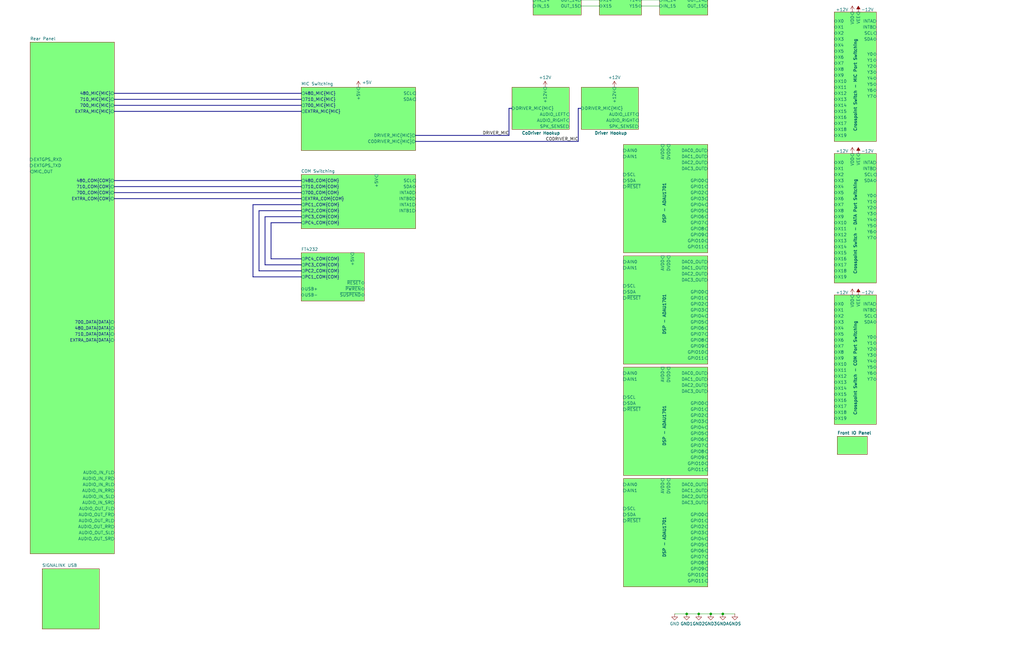
<source format=kicad_sch>
(kicad_sch (version 20250114) (generator "eeschema") (generator_version "9.0")
  (paper "B")
  (lib_symbols
    (symbol "power:+12V" (power) (pin_numbers (hide yes)) (pin_names (offset 0) (hide yes))
      (property "Value" "+12V" (at 0 3.556 0))
      (symbol "+12V_0_1"
        (polyline (pts (xy -0.762 1.27) (xy 0 2.54)))
        (polyline (pts (xy 0 2.54) (xy 0.762 1.27)))
        (polyline (pts (xy 0 0) (xy 0 2.54)))
      )
      (symbol "+12V_1_1"
        (pin power_in line (at 0 0 90) (length 0) (name "~") (number "1"))
      )
    )
    (symbol "power:+5V" (power) (pin_numbers (hide yes)) (pin_names (offset 0) (hide yes))
      (property "Value" "+5V" (at 0 3.556 0))
      (symbol "+5V_0_1"
        (polyline (pts (xy -0.762 1.27) (xy 0 2.54)))
        (polyline (pts (xy 0 2.54) (xy 0.762 1.27)))
        (polyline (pts (xy 0 0) (xy 0 2.54)))
      )
      (symbol "+5V_1_1"
        (pin power_in line (at 0 0 90) (length 0) (name "~") (number "1"))
      )
    )
    (symbol "power:-12V" (power) (pin_numbers (hide yes)) (pin_names (offset 0) (hide yes))
      (property "Value" "-12V" (at 0 3.556 0))
      (symbol "-12V_0_0"
        (pin power_in line (at 0 0 90) (length 0) (name "~") (number "1"))
      )
      (symbol "-12V_0_1"
        (polyline (pts (xy 0 0) (xy 0 1.27) (xy 0.762 1.27) (xy 0 2.54) (xy -0.762 1.27) (xy 0 1.27)) (fill (type outline)))
      )
    )
    (symbol "power:-5V" (power) (pin_numbers (hide yes)) (pin_names (offset 0) (hide yes))
      (property "Value" "-5V" (at 0 3.556 0))
      (symbol "-5V_0_0"
        (pin power_in line (at 0 0 90) (length 0) (name "~") (number "1"))
      )
      (symbol "-5V_0_1"
        (polyline (pts (xy 0 0) (xy 0 1.27) (xy 0.762 1.27) (xy 0 2.54) (xy -0.762 1.27) (xy 0 1.27)) (fill (type outline)))
      )
    )
    (symbol "power:GND" (power) (pin_numbers (hide yes)) (pin_names (offset 0) (hide yes))
      (property "Value" "GND" (at 0 -3.81 0))
      (symbol "GND_0_1"
        (polyline (pts (xy 0 0) (xy 0 -1.27) (xy 1.27 -1.27) (xy 0 -2.54) (xy -1.27 -1.27) (xy 0 -1.27)))
      )
      (symbol "GND_1_1"
        (pin power_in line (at 0 0 270) (length 0) (name "~") (number "1"))
      )
    )
    (symbol "power:GND1" (power) (pin_numbers (hide yes)) (pin_names (offset 0) (hide yes))
      (property "Value" "GND1" (at 0 -3.81 0))
      (symbol "GND1_0_1"
        (polyline (pts (xy 0 0) (xy 0 -1.27) (xy 1.27 -1.27) (xy 0 -2.54) (xy -1.27 -1.27) (xy 0 -1.27)))
      )
      (symbol "GND1_1_1"
        (pin power_in line (at 0 0 270) (length 0) (name "~") (number "1"))
      )
    )
    (symbol "power:GND2" (power) (pin_numbers (hide yes)) (pin_names (offset 0) (hide yes))
      (property "Value" "GND2" (at 0 -3.81 0))
      (symbol "GND2_0_1"
        (polyline (pts (xy 0 0) (xy 0 -1.27) (xy 1.27 -1.27) (xy 0 -2.54) (xy -1.27 -1.27) (xy 0 -1.27)))
      )
      (symbol "GND2_1_1"
        (pin power_in line (at 0 0 270) (length 0) (name "~") (number "1"))
      )
    )
    (symbol "power:GND3" (power) (pin_numbers (hide yes)) (pin_names (offset 0) (hide yes))
      (property "Value" "GND3" (at 0 -3.81 0))
      (symbol "GND3_0_1"
        (polyline (pts (xy 0 0) (xy 0 -1.27) (xy 1.27 -1.27) (xy 0 -2.54) (xy -1.27 -1.27) (xy 0 -1.27)))
      )
      (symbol "GND3_1_1"
        (pin power_in line (at 0 0 270) (length 0) (name "~") (number "1"))
      )
    )
    (symbol "power:GNDA" (power) (pin_numbers (hide yes)) (pin_names (offset 0) (hide yes))
      (property "Value" "GNDA" (at 0 -3.81 0))
      (symbol "GNDA_0_1"
        (polyline (pts (xy 0 0) (xy 0 -1.27) (xy 1.27 -1.27) (xy 0 -2.54) (xy -1.27 -1.27) (xy 0 -1.27)))
      )
      (symbol "GNDA_1_1"
        (pin power_in line (at 0 0 270) (length 0) (name "~") (number "1"))
      )
    )
    (symbol "power:GNDS" (power) (pin_numbers (hide yes)) (pin_names (offset 0) (hide yes))
      (property "Value" "GNDS" (at 0 -3.81 0))
      (symbol "GNDS_0_1"
        (polyline (pts (xy 0 0) (xy 0 -1.27) (xy 1.27 -1.27) (xy 0 -2.54) (xy -1.27 -1.27) (xy 0 -1.27)))
      )
      (symbol "GNDS_1_1"
        (pin power_in line (at 0 0 270) (length 0) (name "~") (number "1"))
      )
    )
  )
  (junction (at 299.72 259.08))
  (junction (at 294.64 259.08))
  (junction (at 304.8 259.08))
  (junction (at 289.56 259.08))
  (bus (pts (xy 48.26 81.28) (xy 127 81.28)))
  (bus (pts (xy 109.22 114.3) (xy 109.22 88.9)))
  (wire (pts (xy 270.51 -22.86) (xy 278.13 -22.86)))
  (bus (pts (xy 106.68 116.84) (xy 106.68 86.36)))
  (bus (pts (xy 48.26 39.37) (xy 127 39.37)))
  (bus (pts (xy 214.63 57.15) (xy 175.26 57.15)))
  (wire (pts (xy 270.51 -27.94) (xy 278.13 -27.94)))
  (wire (pts (xy 299.72 259.08) (xy 304.8 259.08)))
  (wire (pts (xy 270.51 2.54) (xy 278.13 2.54)))
  (bus (pts (xy 127 116.84) (xy 106.68 116.84)))
  (bus (pts (xy 127 109.22) (xy 114.3 109.22)))
  (wire (pts (xy 245.11 -2.54) (xy 252.73 -2.54)))
  (bus (pts (xy 48.26 44.45) (xy 127 44.45)))
  (bus (pts (xy 245.11 45.72) (xy 243.84 45.72)))
  (bus (pts (xy 48.26 41.91) (xy 127 41.91)))
  (wire (pts (xy 245.11 -25.4) (xy 252.73 -25.4)))
  (wire (pts (xy 270.51 -25.4) (xy 278.13 -25.4)))
  (wire (pts (xy 245.11 -20.32) (xy 252.73 -20.32)))
  (bus (pts (xy 48.26 76.2) (xy 127 76.2)))
  (bus (pts (xy 114.3 93.98) (xy 127 93.98)))
  (wire (pts (xy 245.11 -17.78) (xy 252.73 -17.78)))
  (wire (pts (xy 270.51 -10.16) (xy 278.13 -10.16)))
  (wire (pts (xy 245.11 -22.86) (xy 252.73 -22.86)))
  (wire (pts (xy 284.48 259.08) (xy 289.56 259.08)))
  (bus (pts (xy 214.63 45.72) (xy 214.63 57.15)))
  (bus (pts (xy 127 111.76) (xy 111.76 111.76)))
  (wire (pts (xy 289.56 259.08) (xy 294.64 259.08)))
  (wire (pts (xy 245.11 -15.24) (xy 252.73 -15.24)))
  (wire (pts (xy 245.11 0) (xy 252.73 0)))
  (wire (pts (xy 270.51 -5.08) (xy 278.13 -5.08)))
  (wire (pts (xy 245.11 -35.56) (xy 252.73 -35.56)))
  (wire (pts (xy 270.51 -12.7) (xy 278.13 -12.7)))
  (wire (pts (xy 245.11 -12.7) (xy 252.73 -12.7)))
  (wire (pts (xy 245.11 -30.48) (xy 252.73 -30.48)))
  (wire (pts (xy 270.51 -20.32) (xy 278.13 -20.32)))
  (bus (pts (xy 48.26 78.74) (xy 127 78.74)))
  (wire (pts (xy 245.11 -10.16) (xy 252.73 -10.16)))
  (bus (pts (xy 109.22 88.9) (xy 127 88.9)))
  (wire (pts (xy 245.11 2.54) (xy 252.73 2.54)))
  (bus (pts (xy 111.76 111.76) (xy 111.76 91.44)))
  (wire (pts (xy 270.51 -15.24) (xy 278.13 -15.24)))
  (bus (pts (xy 114.3 109.22) (xy 114.3 93.98)))
  (wire (pts (xy 294.64 259.08) (xy 299.72 259.08)))
  (wire (pts (xy 245.11 -7.62) (xy 252.73 -7.62)))
  (wire (pts (xy 245.11 -27.94) (xy 252.73 -27.94)))
  (wire (pts (xy 304.8 259.08) (xy 309.88 259.08)))
  (wire (pts (xy 270.51 -33.02) (xy 278.13 -33.02)))
  (bus (pts (xy 127 114.3) (xy 109.22 114.3)))
  (wire (pts (xy 270.51 -2.54) (xy 278.13 -2.54)))
  (wire (pts (xy 270.51 0) (xy 278.13 0)))
  (bus (pts (xy 243.84 45.72) (xy 243.84 59.69)))
  (wire (pts (xy 270.51 -30.48) (xy 278.13 -30.48)))
  (bus (pts (xy 48.26 83.82) (xy 127 83.82)))
  (bus (pts (xy 215.9 45.72) (xy 214.63 45.72)))
  (bus (pts (xy 48.26 46.99) (xy 127 46.99)))
  (bus (pts (xy 111.76 91.44) (xy 127 91.44)))
  (wire (pts (xy 270.51 -7.62) (xy 278.13 -7.62)))
  (wire (pts (xy 270.51 -17.78) (xy 278.13 -17.78)))
  (wire (pts (xy 245.11 -5.08) (xy 252.73 -5.08)))
  (wire (pts (xy 270.51 -35.56) (xy 278.13 -35.56)))
  (bus (pts (xy 106.68 86.36) (xy 127 86.36)))
  (wire (pts (xy 245.11 -33.02) (xy 252.73 -33.02)))
  (bus (pts (xy 243.84 59.69) (xy 175.26 59.69)))
  (image (at 82.55 341.63))
  (image (at -113.03 158.75))
  (label "CODRIVER_MIC" (at 243.84 59.69 180))
  (label "DRIVER_MIC" (at 214.63 57.15 180))
  (symbol (lib_id "power:+12V") (at 259.08 36.83 0) (mirror y) (unit 1)
    (property "Reference" "#PWR0326" (effects (hide yes)))
    (property "Value" "+12V" (at 259.08 32.6969 0))
    (property "Description" "Power symbol creates a global label with name \"+12V\"" (effects (hide yes)))
  )
  (symbol (lib_id "power:GNDS") (at 309.88 259.08 0) (unit 1)
    (property "Reference" "#PWR0145" (effects (hide yes)))
    (property "Value" "GNDS" (at 309.88 263.2131 0))
    (property "Description" "Power symbol creates a global label with name \"GNDS\" , signal ground" (effects (hide yes)))
  )
  (symbol (lib_id "power:+12V") (at 359.41 5.08 0) (unit 1)
    (property "Reference" "#PWR0146" (effects (hide yes)))
    (property "Value" "+12V" (at 355.092 4.064 0))
    (property "Description" "Power symbol creates a global label with name \"+12V\"" (effects (hide yes)))
  )
  (symbol (lib_id "power:-12V") (at 361.95 64.77 0) (unit 1)
    (property "Reference" "#PWR0410" (effects (hide yes)))
    (property "Value" "-12V" (at 365.76 63.754 0))
    (property "Description" "Power symbol creates a global label with name \"-12V\"" (effects (hide yes)))
  )
  (symbol (lib_id "power:GNDA") (at 304.8 259.08 0) (unit 1)
    (property "Reference" "#PWR0144" (effects (hide yes)))
    (property "Value" "GNDA" (at 304.8 263.2131 0))
    (property "Description" "Power symbol creates a global label with name \"GNDA\" , analog ground" (effects (hide yes)))
  )
  (symbol (lib_id "power:-12V") (at 361.95 124.46 0) (unit 1)
    (property "Reference" "#PWR0415" (effects (hide yes)))
    (property "Value" "-12V" (at 365.76 123.444 0))
    (property "Description" "Power symbol creates a global label with name \"-12V\"" (effects (hide yes)))
  )
  (symbol (lib_id "power:-5V") (at 262.89 -53.34 0) (unit 1)
    (property "Reference" "#PWR0169" (effects (hide yes)))
    (property "Value" "-5V" (at 265.938 -55.372 0))
    (property "Description" "Power symbol creates a global label with name \"-5V\"" (effects (hide yes)))
  )
  (symbol (lib_id "power:+5V") (at 260.35 -53.34 0) (unit 1)
    (property "Reference" "#PWR0168" (effects (hide yes)))
    (property "Value" "+5V" (at 256.794 -55.372 0))
    (property "Description" "Power symbol creates a global label with name \"+5V\"" (effects (hide yes)))
  )
  (symbol (lib_id "power:+5V") (at 151.13 36.83 0) (mirror y) (unit 1)
    (property "Reference" "#PWR0266" (effects (hide yes)))
    (property "Value" "+5V" (at 154.686 34.798 0))
    (property "Description" "Power symbol creates a global label with name \"+5V\"" (effects (hide yes)))
  )
  (symbol (lib_id "power:GND2") (at 294.64 259.08 0) (unit 1)
    (property "Reference" "#PWR0142" (effects (hide yes)))
    (property "Value" "GND2" (at 294.64 263.2131 0))
    (property "Description" "Power symbol creates a global label with name \"GND2\" , ground" (effects (hide yes)))
  )
  (symbol (lib_id "power:-12V") (at 361.95 5.08 0) (unit 1)
    (property "Reference" "#PWR0152" (effects (hide yes)))
    (property "Value" "-12V" (at 365.76 4.064 0))
    (property "Description" "Power symbol creates a global label with name \"-12V\"" (effects (hide yes)))
  )
  (symbol (lib_id "power:+12V") (at 359.41 64.77 0) (unit 1)
    (property "Reference" "#PWR0153" (effects (hide yes)))
    (property "Value" "+12V" (at 355.092 63.754 0))
    (property "Description" "Power symbol creates a global label with name \"+12V\"" (effects (hide yes)))
  )
  (symbol (lib_id "power:+12V") (at 229.87 36.83 0) (mirror y) (unit 1)
    (property "Reference" "#PWR0327" (effects (hide yes)))
    (property "Value" "+12V" (at 229.87 32.6969 0))
    (property "Description" "Power symbol creates a global label with name \"+12V\"" (effects (hide yes)))
  )
  (symbol (lib_id "power:GND3") (at 299.72 259.08 0) (unit 1)
    (property "Reference" "#PWR0143" (effects (hide yes)))
    (property "Value" "GND3" (at 299.72 263.2131 0))
    (property "Description" "Power symbol creates a global label with name \"GND3\" , ground" (effects (hide yes)))
  )
  (symbol (lib_id "power:GND1") (at 289.56 259.08 0) (unit 1)
    (property "Reference" "#PWR057" (effects (hide yes)))
    (property "Value" "GND1" (at 289.56 263.2131 0))
    (property "Description" "Power symbol creates a global label with name \"GND1\" , ground" (effects (hide yes)))
  )
  (symbol (lib_id "power:GND") (at 284.48 259.08 0) (unit 1)
    (property "Reference" "#PWR056" (effects (hide yes)))
    (property "Value" "GND" (at 284.48 263.2131 0))
    (property "Description" "Power symbol creates a global label with name \"GND\" , ground" (effects (hide yes)))
  )
  (symbol (lib_id "power:+12V") (at 359.41 124.46 0) (unit 1)
    (property "Reference" "#PWR0411" (effects (hide yes)))
    (property "Value" "+12V" (at 355.092 123.444 0))
    (property "Description" "Power symbol creates a global label with name \"+12V\"" (effects (hide yes)))
  )
  (sheet (at 127 36.83) (size 48.26 26.67) (stroke (width 0.1524)) (fill (color 128 255 128 1.0000))
    (property "Sheetname" "MIC Switching" (at 127 36.1184 0) (effects (justify left bottom)))
    (property "Sheetfile" "MIC_SWITCHING.kicad_sch" (effects (hide yes)))
    (pin "+5V" input (at 151.13 36.83 90))
    (pin "SCL" input (at 175.26 39.37 0))
    (pin "SDA" input (at 175.26 41.91 0))
    (pin "480_MIC{MIC}" output (at 127 39.37 180))
    (pin "700_MIC{MIC}" output (at 127 44.45 180))
    (pin "710_MIC{MIC}" output (at 127 41.91 180))
    (pin "EXTRA_MIC{MIC}" output (at 127 46.99 180))
    (pin "CODRIVER_MIC{MIC}" output (at 175.26 59.69 0))
    (pin "DRIVER_MIC{MIC}" output (at 175.26 57.15 0))
  )
  (sheet (at 224.79 -39.37) (size 20.32 45.72) (stroke (width 0.1524)) (fill (color 128 255 128 1.0000))
    (property "Sheetname" "Input Buffer" (at 234.442 -16.002 90) (effects (font (thickness 0.254) (bold yes))))
    (property "Sheetfile" "InputBuffer.kicad_sch" (effects (hide yes)))
    (pin "IN_1" input (at 224.79 -33.02 180))
    (pin "IN_2" input (at 224.79 -30.48 180))
    (pin "IN_3" input (at 224.79 -27.94 180))
    (pin "IN_4" input (at 224.79 -25.4 180))
    (pin "IN_5" input (at 224.79 -22.86 180))
    (pin "IN_6" input (at 224.79 -20.32 180))
    (pin "IN_7" input (at 224.79 -17.78 180))
    (pin "IN_8" input (at 224.79 -15.24 180))
    (pin "IN_9" input (at 224.79 -12.7 180))
    (pin "IN_10" input (at 224.79 -10.16 180))
    (pin "IN_11" input (at 224.79 -7.62 180))
    (pin "IN_12" input (at 224.79 -5.08 180))
    (pin "IN_13" input (at 224.79 -2.54 180))
    (pin "IN_14" input (at 224.79 0 180))
    (pin "IN_15" input (at 224.79 2.54 180))
    (pin "OUT_1" output (at 245.11 -33.02 0))
    (pin "OUT_2" output (at 245.11 -30.48 0))
    (pin "OUT_3" output (at 245.11 -27.94 0))
    (pin "OUT_4" output (at 245.11 -25.4 0))
    (pin "OUT_5" output (at 245.11 -22.86 0))
    (pin "OUT_6" output (at 245.11 -20.32 0))
    (pin "OUT_7" output (at 245.11 -17.78 0))
    (pin "OUT_8" output (at 245.11 -15.24 0))
    (pin "OUT_9" output (at 245.11 -12.7 0))
    (pin "OUT_10" output (at 245.11 -10.16 0))
    (pin "OUT_11" output (at 245.11 -7.62 0))
    (pin "OUT_12" output (at 245.11 -5.08 0))
    (pin "OUT_13" output (at 245.11 -2.54 0))
    (pin "OUT_14" output (at 245.11 0 0))
    (pin "OUT_15" output (at 245.11 2.54 0))
    (pin "IN_0" input (at 224.79 -35.56 180))
    (pin "OUT_0" output (at 245.11 -35.56 0))
  )
  (sheet (at 245.11 36.83) (size 24.13 17.78) (stroke (width 0.1524)) (fill (color 128 255 128 1.0000))
    (property "Sheetname" "Driver Hookup" (at 257.556 56.134 0) (effects (font (thickness 0.254) (bold yes))))
    (property "Sheetfile" "Headset.kicad_sch" (effects (hide yes)))
    (pin "+12V" input (at 259.08 36.83 90))
    (pin "AUDIO_LEFT" input (at 269.24 48.26 0))
    (pin "AUDIO_RIGHT" input (at 269.24 50.8 0))
    (pin "SPK_SENSE" output (at 269.24 53.34 0))
    (pin "DRIVER_MIC{MIC}" input (at 245.11 45.72 180))
  )
  (sheet (at 252.73 -53.34) (size 17.78 59.69) (stroke (width 0.1524)) (fill (color 128 255 128 1.0000))
    (property "Sheetname" "Crosspoint Switch - MT8816" (at 261.62 -22.606 90) (effects (font (thickness 0.254) (bold yes))))
    (property "Sheetfile" "MT8816.kicad_sch" (effects (hide yes)))
    (pin "INTA" output (at 252.73 -49.53 180))
    (pin "INTB" output (at 252.73 -46.99 180))
    (pin "SCL" input (at 252.73 -44.45 180))
    (pin "SDA" bidirectional (at 252.73 -41.91 180))
    (pin "X0" bidirectional (at 252.73 -35.56 180))
    (pin "X1" bidirectional (at 252.73 -33.02 180))
    (pin "X2" bidirectional (at 252.73 -30.48 180))
    (pin "X3" bidirectional (at 252.73 -27.94 180))
    (pin "X4" bidirectional (at 252.73 -25.4 180))
    (pin "X5" bidirectional (at 252.73 -22.86 180))
    (pin "X6" bidirectional (at 252.73 -20.32 180))
    (pin "X7" bidirectional (at 252.73 -17.78 180))
    (pin "X8" bidirectional (at 252.73 -15.24 180))
    (pin "X9" bidirectional (at 252.73 -12.7 180))
    (pin "X10" bidirectional (at 252.73 -10.16 180))
    (pin "X11" bidirectional (at 252.73 -7.62 180))
    (pin "X12" bidirectional (at 252.73 -5.08 180))
    (pin "X13" bidirectional (at 252.73 -2.54 180))
    (pin "X14" bidirectional (at 252.73 0 180))
    (pin "X15" bidirectional (at 252.73 2.54 180))
    (pin "Y0" bidirectional (at 270.51 -35.56 0))
    (pin "Y1" bidirectional (at 270.51 -33.02 0))
    (pin "Y2" bidirectional (at 270.51 -30.48 0))
    (pin "Y3" bidirectional (at 270.51 -27.94 0))
    (pin "Y4" bidirectional (at 270.51 -25.4 0))
    (pin "Y5" bidirectional (at 270.51 -22.86 0))
    (pin "Y6" bidirectional (at 270.51 -20.32 0))
    (pin "Y7" bidirectional (at 270.51 -17.78 0))
    (pin "Y8" bidirectional (at 270.51 -15.24 0))
    (pin "Y9" bidirectional (at 270.51 -12.7 0))
    (pin "Y10" bidirectional (at 270.51 -10.16 0))
    (pin "Y11" bidirectional (at 270.51 -7.62 0))
    (pin "Y12" bidirectional (at 270.51 -5.08 0))
    (pin "Y13" bidirectional (at 270.51 -2.54 0))
    (pin "Y14" bidirectional (at 270.51 0 0))
    (pin "Y15" bidirectional (at 270.51 2.54 0))
    (pin "VDD" input (at 260.35 -53.34 90))
    (pin "VEE" input (at 262.89 -53.34 90))
  )
  (sheet (at 262.89 107.95) (size 35.56 45.72) (stroke (width 0.1524)) (fill (color 128 255 128 1.0000))
    (property "Sheetname" "DSP - ADAU1701" (at 280.162 132.588 90) (effects (font (thickness 0.254) (bold yes))))
    (property "Sheetfile" "DSP_ADAU1701.kicad_sch" (effects (hide yes)))
    (pin "AIN0" input (at 262.89 110.49 180))
    (pin "AIN1" input (at 262.89 113.03 180))
    (pin "AVDD" input (at 279.4 107.95 90))
    (pin "DAC0_OUT" output (at 298.45 110.49 0))
    (pin "DAC1_OUT" output (at 298.45 113.03 0))
    (pin "DAC2_OUT" output (at 298.45 115.57 0))
    (pin "DAC3_OUT" output (at 298.45 118.11 0))
    (pin "DVDD" input (at 281.94 107.95 90))
    (pin "GPIO0" input (at 298.45 123.19 0))
    (pin "GPIO1" input (at 298.45 125.73 0))
    (pin "GPIO2" input (at 298.45 128.27 0))
    (pin "GPIO3" input (at 298.45 130.81 0))
    (pin "GPIO4" input (at 298.45 133.35 0))
    (pin "GPIO5" input (at 298.45 135.89 0))
    (pin "GPIO6" input (at 298.45 138.43 0))
    (pin "GPIO7" input (at 298.45 140.97 0))
    (pin "GPIO8" input (at 298.45 143.51 0))
    (pin "GPIO9" input (at 298.45 146.05 0))
    (pin "GPIO10" input (at 298.45 148.59 0))
    (pin "GPIO11" input (at 298.45 151.13 0))
    (pin "SCL" input (at 262.89 120.65 180))
    (pin "SDA" input (at 262.89 123.19 180))
    (pin "~{RESET}" input (at 262.89 125.73 180))
  )
  (sheet (at 262.89 201.93) (size 35.56 45.72) (stroke (width 0.1524)) (fill (color 128 255 128 1.0000))
    (property "Sheetname" "DSP - ADAU1701" (at 280.162 226.568 90) (effects (font (thickness 0.254) (bold yes))))
    (property "Sheetfile" "DSP_ADAU1701.kicad_sch" (effects (hide yes)))
    (pin "AIN0" input (at 262.89 204.47 180))
    (pin "AIN1" input (at 262.89 207.01 180))
    (pin "AVDD" input (at 279.4 201.93 90))
    (pin "DAC0_OUT" output (at 298.45 204.47 0))
    (pin "DAC1_OUT" output (at 298.45 207.01 0))
    (pin "DAC2_OUT" output (at 298.45 209.55 0))
    (pin "DAC3_OUT" output (at 298.45 212.09 0))
    (pin "DVDD" input (at 281.94 201.93 90))
    (pin "GPIO0" input (at 298.45 217.17 0))
    (pin "GPIO1" input (at 298.45 219.71 0))
    (pin "GPIO2" input (at 298.45 222.25 0))
    (pin "GPIO3" input (at 298.45 224.79 0))
    (pin "GPIO4" input (at 298.45 227.33 0))
    (pin "GPIO5" input (at 298.45 229.87 0))
    (pin "GPIO6" input (at 298.45 232.41 0))
    (pin "GPIO7" input (at 298.45 234.95 0))
    (pin "GPIO8" input (at 298.45 237.49 0))
    (pin "GPIO9" input (at 298.45 240.03 0))
    (pin "GPIO10" input (at 298.45 242.57 0))
    (pin "GPIO11" input (at 298.45 245.11 0))
    (pin "SCL" input (at 262.89 214.63 180))
    (pin "SDA" input (at 262.89 217.17 180))
    (pin "~{RESET}" input (at 262.89 219.71 180))
  )
  (sheet (at 215.9 36.83) (size 24.13 17.78) (stroke (width 0.1524)) (fill (color 128 255 128 1.0000))
    (property "Sheetname" "CoDriver Hookup" (at 228.092 56.134 0) (effects (font (thickness 0.254) (bold yes))))
    (property "Sheetfile" "Headset.kicad_sch" (effects (hide yes)))
    (pin "+12V" input (at 229.87 36.83 90))
    (pin "AUDIO_LEFT" input (at 240.03 48.26 0))
    (pin "AUDIO_RIGHT" input (at 240.03 50.8 0))
    (pin "SPK_SENSE" output (at 240.03 53.34 0))
    (pin "DRIVER_MIC{MIC}" input (at 215.9 45.72 180))
  )
  (sheet (at 278.13 -39.37) (size 20.32 45.72) (stroke (width 0.1524)) (fill (color 128 255 128 1.0000))
    (property "Sheetname" "Output Buffer" (at 287.782 -16.002 90) (effects (font (thickness 0.254) (bold yes))))
    (property "Sheetfile" "OutputBuffer.kicad_sch" (effects (hide yes)))
    (pin "IN_2" input (at 278.13 -30.48 180))
    (pin "IN_3" input (at 278.13 -27.94 180))
    (pin "IN_4" input (at 278.13 -25.4 180))
    (pin "IN_5" input (at 278.13 -22.86 180))
    (pin "IN_6" input (at 278.13 -20.32 180))
    (pin "IN_7" input (at 278.13 -17.78 180))
    (pin "IN_8" input (at 278.13 -15.24 180))
    (pin "IN_9" input (at 278.13 -12.7 180))
    (pin "IN_10" input (at 278.13 -10.16 180))
    (pin "IN_11" input (at 278.13 -7.62 180))
    (pin "IN_12" input (at 278.13 -5.08 180))
    (pin "IN_13" input (at 278.13 -2.54 180))
    (pin "IN_14" input (at 278.13 0 180))
    (pin "IN_15" input (at 278.13 2.54 180))
    (pin "IN_0" input (at 278.13 -35.56 180))
    (pin "IN_1" input (at 278.13 -33.02 180))
    (pin "OUT_0" output (at 298.45 -35.56 0))
    (pin "OUT_1" output (at 298.45 -33.02 0))
    (pin "OUT_2" output (at 298.45 -30.48 0))
    (pin "OUT_3" output (at 298.45 -27.94 0))
    (pin "OUT_4" output (at 298.45 -25.4 0))
    (pin "OUT_5" output (at 298.45 -22.86 0))
    (pin "OUT_6" output (at 298.45 -20.32 0))
    (pin "OUT_7" output (at 298.45 -17.78 0))
    (pin "OUT_8" output (at 298.45 -15.24 0))
    (pin "OUT_9" output (at 298.45 -12.7 0))
    (pin "OUT_10" output (at 298.45 -10.16 0))
    (pin "OUT_11" output (at 298.45 -7.62 0))
    (pin "OUT_12" output (at 298.45 -5.08 0))
    (pin "OUT_13" output (at 298.45 -2.54 0))
    (pin "OUT_14" output (at 298.45 0 0))
    (pin "OUT_15" output (at 298.45 2.54 0))
  )
  (sheet (at 353.06 184.15) (size 12.7 7.62) (stroke (width 0.1524)) (fill (color 128 255 128 1.0000))
    (property "Sheetname" "Front IO Panel" (at 353.06 183.4384 0) (effects (font (thickness 0.254) (bold yes)) (justify left bottom)))
    (property "Sheetfile" "FrontPanel.kicad_sch" (effects (hide yes)))
  )
  (sheet (at 351.79 64.77) (size 17.78 54.61) (stroke (width 0.1524)) (fill (color 128 255 128 1.0000))
    (property "Sheetname" "Crosspoint Switch - DATA Port Switching" (at 360.68 95.504 90) (effects (font (thickness 0.254) (bold yes))))
    (property "Sheetfile" "Crosspoint_DATA_MT8816.kicad_sch" (effects (hide yes)))
    (pin "INTA" output (at 369.57 68.58 0))
    (pin "INTB" output (at 369.57 71.12 0))
    (pin "SCL" input (at 369.57 73.66 0))
    (pin "SDA" bidirectional (at 369.57 76.2 0))
    (pin "X0" bidirectional (at 351.79 68.58 180))
    (pin "X1" bidirectional (at 351.79 71.12 180))
    (pin "X2" bidirectional (at 351.79 73.66 180))
    (pin "X3" bidirectional (at 351.79 76.2 180))
    (pin "X4" bidirectional (at 351.79 78.74 180))
    (pin "X5" bidirectional (at 351.79 81.28 180))
    (pin "X6" bidirectional (at 351.79 83.82 180))
    (pin "X7" bidirectional (at 351.79 86.36 180))
    (pin "X8" bidirectional (at 351.79 88.9 180))
    (pin "X9" bidirectional (at 351.79 91.44 180))
    (pin "X10" bidirectional (at 351.79 93.98 180))
    (pin "X11" bidirectional (at 351.79 96.52 180))
    (pin "X12" bidirectional (at 351.79 99.06 180))
    (pin "X13" bidirectional (at 351.79 101.6 180))
    (pin "X14" bidirectional (at 351.79 104.14 180))
    (pin "X15" bidirectional (at 351.79 106.68 180))
    (pin "Y0" bidirectional (at 369.57 82.55 0))
    (pin "Y1" bidirectional (at 369.57 85.09 0))
    (pin "Y2" bidirectional (at 369.57 87.63 0))
    (pin "Y3" bidirectional (at 369.57 90.17 0))
    (pin "Y4" bidirectional (at 369.57 92.71 0))
    (pin "Y5" bidirectional (at 369.57 95.25 0))
    (pin "Y6" bidirectional (at 369.57 97.79 0))
    (pin "Y7" bidirectional (at 369.57 100.33 0))
    (pin "VDD" input (at 359.41 64.77 90))
    (pin "VEE" input (at 361.95 64.77 90))
    (pin "X16" bidirectional (at 351.79 109.22 180))
    (pin "X17" bidirectional (at 351.79 111.76 180))
    (pin "X18" bidirectional (at 351.79 114.3 180))
    (pin "X19" bidirectional (at 351.79 116.84 180))
  )
  (sheet (at 127 73.66) (size 48.26 22.86) (stroke (width 0.1524)) (fill (color 128 255 128 1.0000))
    (property "Sheetname" "COM Switching" (at 127 72.9484 0) (effects (justify left bottom)))
    (property "Sheetfile" "MUX_COM_74LVC4066.kicad_sch" (effects (hide yes)))
    (pin "+5V" input (at 158.75 73.66 90))
    (pin "SCL" input (at 175.26 76.2 0))
    (pin "SDA" bidirectional (at 175.26 78.74 0))
    (pin "INTA0" output (at 175.26 81.28 0))
    (pin "INTA1" output (at 175.26 86.36 0))
    (pin "INTB0" output (at 175.26 83.82 0))
    (pin "INTB1" output (at 175.26 88.9 0))
    (pin "480_COM{COM}" output (at 127 76.2 180))
    (pin "700_COM{COM}" output (at 127 81.28 180))
    (pin "710_COM{COM}" output (at 127 78.74 180))
    (pin "EXTRA_COM{COM}" output (at 127 83.82 180))
    (pin "PC1_COM{COM}" output (at 127 86.36 180))
    (pin "PC2_COM{COM}" output (at 127 88.9 180))
    (pin "PC3_COM{COM}" output (at 127 91.44 180))
    (pin "PC4_COM{COM}" output (at 127 93.98 180))
  )
  (sheet (at 351.79 5.08) (size 17.78 54.61) (stroke (width 0.1524)) (fill (color 128 255 128 1.0000))
    (property "Sheetname" "Crosspoint Switch - MIC Port Switching" (at 360.68 35.814 90) (effects (font (thickness 0.254) (bold yes))))
    (property "Sheetfile" "Crosspoint_MIC_MT8816.kicad_sch" (effects (hide yes)))
    (pin "INTA" output (at 369.57 8.89 0))
    (pin "INTB" output (at 369.57 11.43 0))
    (pin "SCL" input (at 369.57 13.97 0))
    (pin "SDA" bidirectional (at 369.57 16.51 0))
    (pin "X0" bidirectional (at 351.79 8.89 180))
    (pin "X1" bidirectional (at 351.79 11.43 180))
    (pin "X2" bidirectional (at 351.79 13.97 180))
    (pin "X3" bidirectional (at 351.79 16.51 180))
    (pin "X4" bidirectional (at 351.79 19.05 180))
    (pin "X5" bidirectional (at 351.79 21.59 180))
    (pin "X6" bidirectional (at 351.79 24.13 180))
    (pin "X7" bidirectional (at 351.79 26.67 180))
    (pin "X8" bidirectional (at 351.79 29.21 180))
    (pin "X9" bidirectional (at 351.79 31.75 180))
    (pin "X10" bidirectional (at 351.79 34.29 180))
    (pin "X11" bidirectional (at 351.79 36.83 180))
    (pin "X12" bidirectional (at 351.79 39.37 180))
    (pin "X13" bidirectional (at 351.79 41.91 180))
    (pin "X14" bidirectional (at 351.79 44.45 180))
    (pin "X15" bidirectional (at 351.79 46.99 180))
    (pin "Y0" bidirectional (at 369.57 22.86 0))
    (pin "Y1" bidirectional (at 369.57 25.4 0))
    (pin "Y2" bidirectional (at 369.57 27.94 0))
    (pin "Y3" bidirectional (at 369.57 30.48 0))
    (pin "Y4" bidirectional (at 369.57 33.02 0))
    (pin "Y5" bidirectional (at 369.57 35.56 0))
    (pin "Y6" bidirectional (at 369.57 38.1 0))
    (pin "Y7" bidirectional (at 369.57 40.64 0))
    (pin "VDD" input (at 359.41 5.08 90))
    (pin "VEE" input (at 361.95 5.08 90))
    (pin "X16" bidirectional (at 351.79 49.53 180))
    (pin "X17" bidirectional (at 351.79 52.07 180))
    (pin "X18" bidirectional (at 351.79 54.61 180))
    (pin "X19" bidirectional (at 351.79 57.15 180))
  )
  (sheet (at 351.79 124.46) (size 17.78 54.61) (stroke (width 0.1524)) (fill (color 128 255 128 1.0000))
    (property "Sheetname" "Crosspoint Switch - COM Port Switching" (at 360.68 155.194 90) (effects (font (thickness 0.254) (bold yes))))
    (property "Sheetfile" "Crosspoint_COM_MT8816.kicad_sch" (effects (hide yes)))
    (pin "INTA" output (at 369.57 128.27 0))
    (pin "INTB" output (at 369.57 130.81 0))
    (pin "SCL" input (at 369.57 133.35 0))
    (pin "SDA" bidirectional (at 369.57 135.89 0))
    (pin "X0" bidirectional (at 351.79 128.27 180))
    (pin "X1" bidirectional (at 351.79 130.81 180))
    (pin "X2" bidirectional (at 351.79 133.35 180))
    (pin "X3" bidirectional (at 351.79 135.89 180))
    (pin "X4" bidirectional (at 351.79 138.43 180))
    (pin "X5" bidirectional (at 351.79 140.97 180))
    (pin "X6" bidirectional (at 351.79 143.51 180))
    (pin "X7" bidirectional (at 351.79 146.05 180))
    (pin "X8" bidirectional (at 351.79 148.59 180))
    (pin "X9" bidirectional (at 351.79 151.13 180))
    (pin "X10" bidirectional (at 351.79 153.67 180))
    (pin "X11" bidirectional (at 351.79 156.21 180))
    (pin "X12" bidirectional (at 351.79 158.75 180))
    (pin "X13" bidirectional (at 351.79 161.29 180))
    (pin "X14" bidirectional (at 351.79 163.83 180))
    (pin "X15" bidirectional (at 351.79 166.37 180))
    (pin "Y0" bidirectional (at 369.57 142.24 0))
    (pin "Y1" bidirectional (at 369.57 144.78 0))
    (pin "Y2" bidirectional (at 369.57 147.32 0))
    (pin "Y3" bidirectional (at 369.57 149.86 0))
    (pin "Y4" bidirectional (at 369.57 152.4 0))
    (pin "Y5" bidirectional (at 369.57 154.94 0))
    (pin "Y6" bidirectional (at 369.57 157.48 0))
    (pin "Y7" bidirectional (at 369.57 160.02 0))
    (pin "VDD" input (at 359.41 124.46 90))
    (pin "VEE" input (at 361.95 124.46 90))
    (pin "X16" bidirectional (at 351.79 168.91 180))
    (pin "X17" bidirectional (at 351.79 171.45 180))
    (pin "X18" bidirectional (at 351.79 173.99 180))
    (pin "X19" bidirectional (at 351.79 176.53 180))
  )
  (sheet (at 127 106.68) (size 26.67 20.32) (stroke (width 0.1524)) (fill (color 128 255 128 1.0000))
    (property "Sheetname" "FT4232" (at 127 105.9684 0) (effects (justify left bottom)))
    (property "Sheetfile" "FT4232.kicad_sch" (effects (hide yes)))
    (pin "PC1_COM{COM}" output (at 127 116.84 180))
    (pin "PC2_COM{COM}" output (at 127 114.3 180))
    (pin "PC3_COM{COM}" output (at 127 111.76 180))
    (pin "PC4_COM{COM}" output (at 127 109.22 180))
    (pin "USB+" bidirectional (at 127 121.92 180))
    (pin "USB-" bidirectional (at 127 124.46 180))
    (pin "+5V" input (at 148.59 106.68 90))
    (pin "~{PWREN}" bidirectional (at 153.67 121.92 0))
    (pin "~{RESET}" bidirectional (at 153.67 119.38 0))
    (pin "~{SUSPEND}" bidirectional (at 153.67 124.46 0))
  )
  (sheet (at 17.78 240.03) (size 24.13 25.4) (stroke (width 0.1524)) (fill (color 128 255 128 1.0000))
    (property "Sheetname" "SIGNALINK USB" (at 17.78 239.3184 0) (effects (justify left bottom)))
    (property "Sheetfile" "signalink.kicad_sch" (effects (hide yes)))
  )
  (sheet (at 262.89 154.94) (size 35.56 45.72) (stroke (width 0.1524)) (fill (color 128 255 128 1.0000))
    (property "Sheetname" "DSP - ADAU1701" (at 280.162 179.578 90) (effects (font (thickness 0.254) (bold yes))))
    (property "Sheetfile" "DSP_ADAU1701.kicad_sch" (effects (hide yes)))
    (pin "AIN0" input (at 262.89 157.48 180))
    (pin "AIN1" input (at 262.89 160.02 180))
    (pin "AVDD" input (at 279.4 154.94 90))
    (pin "DAC0_OUT" output (at 298.45 157.48 0))
    (pin "DAC1_OUT" output (at 298.45 160.02 0))
    (pin "DAC2_OUT" output (at 298.45 162.56 0))
    (pin "DAC3_OUT" output (at 298.45 165.1 0))
    (pin "DVDD" input (at 281.94 154.94 90))
    (pin "GPIO0" input (at 298.45 170.18 0))
    (pin "GPIO1" input (at 298.45 172.72 0))
    (pin "GPIO2" input (at 298.45 175.26 0))
    (pin "GPIO3" input (at 298.45 177.8 0))
    (pin "GPIO4" input (at 298.45 180.34 0))
    (pin "GPIO5" input (at 298.45 182.88 0))
    (pin "GPIO6" input (at 298.45 185.42 0))
    (pin "GPIO7" input (at 298.45 187.96 0))
    (pin "GPIO8" input (at 298.45 190.5 0))
    (pin "GPIO9" input (at 298.45 193.04 0))
    (pin "GPIO10" input (at 298.45 195.58 0))
    (pin "GPIO11" input (at 298.45 198.12 0))
    (pin "SCL" input (at 262.89 167.64 180))
    (pin "SDA" input (at 262.89 170.18 180))
    (pin "~{RESET}" input (at 262.89 172.72 180))
  )
  (sheet (at 12.7 17.78) (size 35.56 215.9) (stroke (width 0.1524)) (fill (color 128 255 128 1.0000))
    (property "Sheetname" "Rear Panel" (at 12.7 17.0684 0) (effects (justify left bottom)))
    (property "Sheetfile" "RearPanel.kicad_sch" (effects (hide yes)))
    (pin "AUDIO_IN_FL" output (at 48.26 199.39 0))
    (pin "AUDIO_IN_FR" output (at 48.26 201.93 0))
    (pin "AUDIO_IN_RL" output (at 48.26 204.47 0))
    (pin "AUDIO_IN_RR" output (at 48.26 207.01 0))
    (pin "AUDIO_IN_SL" output (at 48.26 209.55 0))
    (pin "AUDIO_IN_SR" output (at 48.26 212.09 0))
    (pin "AUDIO_OUT_FL" output (at 48.26 214.63 0))
    (pin "AUDIO_OUT_FR" output (at 48.26 217.17 0))
    (pin "AUDIO_OUT_RL" output (at 48.26 219.71 0))
    (pin "AUDIO_OUT_RR" output (at 48.26 222.25 0))
    (pin "AUDIO_OUT_SL" output (at 48.26 224.79 0))
    (pin "AUDIO_OUT_SR" output (at 48.26 227.33 0))
    (pin "480_COM{COM}" output (at 48.26 76.2 0))
    (pin "480_DATA{DATA}" output (at 48.26 138.43 0))
    (pin "480_MIC{MIC}" output (at 48.26 39.37 0))
    (pin "700_COM{COM}" output (at 48.26 81.28 0))
    (pin "700_DATA{DATA}" output (at 48.26 135.89 0))
    (pin "700_MIC{MIC}" output (at 48.26 44.45 0))
    (pin "710_COM{COM}" output (at 48.26 78.74 0))
    (pin "710_DATA{DATA}" output (at 48.26 140.97 0))
    (pin "710_MIC{MIC}" output (at 48.26 41.91 0))
    (pin "EXTGPS_RXD" input (at 12.7 67.31 180))
    (pin "EXTGPS_TXD" input (at 12.7 69.85 180))
    (pin "EXTRA_COM{COM}" output (at 48.26 83.82 0))
    (pin "EXTRA_DATA{DATA}" output (at 48.26 143.51 0))
    (pin "EXTRA_MIC{MIC}" output (at 48.26 46.99 0))
    (pin "MIC_OUT" output (at 12.7 72.39 180))
  )
  (sheet (at 262.89 60.96) (size 35.56 45.72) (stroke (width 0.1524)) (fill (color 128 255 128 1.0000))
    (property "Sheetname" "DSP - ADAU1701" (at 280.162 85.598 90) (effects (font (thickness 0.254) (bold yes))))
    (property "Sheetfile" "DSP_ADAU1701.kicad_sch" (effects (hide yes)))
    (pin "AIN0" input (at 262.89 63.5 180))
    (pin "AIN1" input (at 262.89 66.04 180))
    (pin "AVDD" input (at 279.4 60.96 90))
    (pin "DAC0_OUT" output (at 298.45 63.5 0))
    (pin "DAC1_OUT" output (at 298.45 66.04 0))
    (pin "DAC2_OUT" output (at 298.45 68.58 0))
    (pin "DAC3_OUT" output (at 298.45 71.12 0))
    (pin "DVDD" input (at 281.94 60.96 90))
    (pin "GPIO0" input (at 298.45 76.2 0))
    (pin "GPIO1" input (at 298.45 78.74 0))
    (pin "GPIO2" input (at 298.45 81.28 0))
    (pin "GPIO3" input (at 298.45 83.82 0))
    (pin "GPIO4" input (at 298.45 86.36 0))
    (pin "GPIO5" input (at 298.45 88.9 0))
    (pin "GPIO6" input (at 298.45 91.44 0))
    (pin "GPIO7" input (at 298.45 93.98 0))
    (pin "GPIO8" input (at 298.45 96.52 0))
    (pin "GPIO9" input (at 298.45 99.06 0))
    (pin "GPIO10" input (at 298.45 101.6 0))
    (pin "GPIO11" input (at 298.45 104.14 0))
    (pin "SCL" input (at 262.89 73.66 180))
    (pin "SDA" input (at 262.89 76.2 180))
    (pin "~{RESET}" input (at 262.89 78.74 180))
  )
)
</source>
